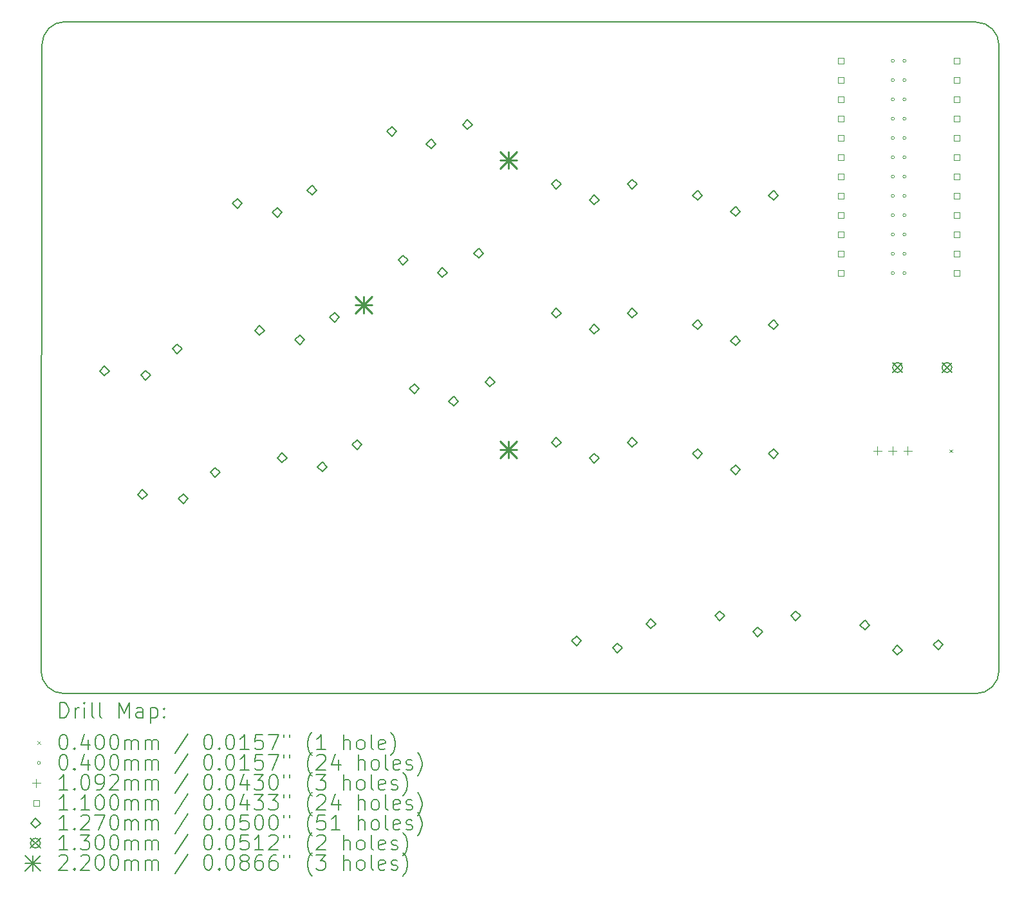
<source format=gbr>
%FSLAX45Y45*%
G04 Gerber Fmt 4.5, Leading zero omitted, Abs format (unit mm)*
G04 Created by KiCad (PCBNEW (6.0.4)) date 2022-05-26 21:53:49*
%MOMM*%
%LPD*%
G01*
G04 APERTURE LIST*
%TA.AperFunction,Profile*%
%ADD10C,0.150000*%
%TD*%
%ADD11C,0.200000*%
%ADD12C,0.040000*%
%ADD13C,0.109220*%
%ADD14C,0.110000*%
%ADD15C,0.127000*%
%ADD16C,0.130000*%
%ADD17C,0.220000*%
G04 APERTURE END LIST*
D10*
X16865768Y12115786D02*
G75*
G03*
X16560968Y12420586I-304800J0D01*
G01*
X4579491Y12425784D02*
G75*
G03*
X4274691Y12120984I0J-304800D01*
G01*
X4261741Y3886032D02*
G75*
G03*
X4566541Y3581232I304800J0D01*
G01*
X16560800Y3581400D02*
G75*
G03*
X16865600Y3886200I0J304800D01*
G01*
X16560968Y12420586D02*
X4579491Y12425784D01*
X4261741Y3886032D02*
X4274691Y12120984D01*
X16865600Y3886200D02*
X16865768Y12115786D01*
X16560800Y3581400D02*
X4566541Y3581232D01*
D11*
D12*
X16210600Y6796992D02*
X16250600Y6756992D01*
X16250600Y6796992D02*
X16210600Y6756992D01*
X15488600Y11912600D02*
G75*
G03*
X15488600Y11912600I-20000J0D01*
G01*
X15488600Y11658600D02*
G75*
G03*
X15488600Y11658600I-20000J0D01*
G01*
X15488600Y11404600D02*
G75*
G03*
X15488600Y11404600I-20000J0D01*
G01*
X15488600Y11150600D02*
G75*
G03*
X15488600Y11150600I-20000J0D01*
G01*
X15488600Y10896600D02*
G75*
G03*
X15488600Y10896600I-20000J0D01*
G01*
X15488600Y10642600D02*
G75*
G03*
X15488600Y10642600I-20000J0D01*
G01*
X15488600Y10388600D02*
G75*
G03*
X15488600Y10388600I-20000J0D01*
G01*
X15488600Y10134600D02*
G75*
G03*
X15488600Y10134600I-20000J0D01*
G01*
X15488600Y9880600D02*
G75*
G03*
X15488600Y9880600I-20000J0D01*
G01*
X15488600Y9626600D02*
G75*
G03*
X15488600Y9626600I-20000J0D01*
G01*
X15488600Y9372600D02*
G75*
G03*
X15488600Y9372600I-20000J0D01*
G01*
X15488600Y9118600D02*
G75*
G03*
X15488600Y9118600I-20000J0D01*
G01*
X15641000Y11912600D02*
G75*
G03*
X15641000Y11912600I-20000J0D01*
G01*
X15641000Y11658600D02*
G75*
G03*
X15641000Y11658600I-20000J0D01*
G01*
X15641000Y11404600D02*
G75*
G03*
X15641000Y11404600I-20000J0D01*
G01*
X15641000Y11150600D02*
G75*
G03*
X15641000Y11150600I-20000J0D01*
G01*
X15641000Y10896600D02*
G75*
G03*
X15641000Y10896600I-20000J0D01*
G01*
X15641000Y10642600D02*
G75*
G03*
X15641000Y10642600I-20000J0D01*
G01*
X15641000Y10388600D02*
G75*
G03*
X15641000Y10388600I-20000J0D01*
G01*
X15641000Y10134600D02*
G75*
G03*
X15641000Y10134600I-20000J0D01*
G01*
X15641000Y9880600D02*
G75*
G03*
X15641000Y9880600I-20000J0D01*
G01*
X15641000Y9626600D02*
G75*
G03*
X15641000Y9626600I-20000J0D01*
G01*
X15641000Y9372600D02*
G75*
G03*
X15641000Y9372600I-20000J0D01*
G01*
X15641000Y9118600D02*
G75*
G03*
X15641000Y9118600I-20000J0D01*
G01*
D13*
X15265400Y6834010D02*
X15265400Y6724790D01*
X15210790Y6779400D02*
X15320010Y6779400D01*
X15465400Y6834010D02*
X15465400Y6724790D01*
X15410790Y6779400D02*
X15520010Y6779400D01*
X15665400Y6834010D02*
X15665400Y6724790D01*
X15610790Y6779400D02*
X15720010Y6779400D01*
D14*
X14821691Y11873709D02*
X14821691Y11951491D01*
X14743909Y11951491D01*
X14743909Y11873709D01*
X14821691Y11873709D01*
X14821691Y11619709D02*
X14821691Y11697491D01*
X14743909Y11697491D01*
X14743909Y11619709D01*
X14821691Y11619709D01*
X14821691Y11365709D02*
X14821691Y11443491D01*
X14743909Y11443491D01*
X14743909Y11365709D01*
X14821691Y11365709D01*
X14821691Y11111709D02*
X14821691Y11189491D01*
X14743909Y11189491D01*
X14743909Y11111709D01*
X14821691Y11111709D01*
X14821691Y10857709D02*
X14821691Y10935491D01*
X14743909Y10935491D01*
X14743909Y10857709D01*
X14821691Y10857709D01*
X14821691Y10603709D02*
X14821691Y10681491D01*
X14743909Y10681491D01*
X14743909Y10603709D01*
X14821691Y10603709D01*
X14821691Y10349709D02*
X14821691Y10427491D01*
X14743909Y10427491D01*
X14743909Y10349709D01*
X14821691Y10349709D01*
X14821691Y10095709D02*
X14821691Y10173491D01*
X14743909Y10173491D01*
X14743909Y10095709D01*
X14821691Y10095709D01*
X14821691Y9841709D02*
X14821691Y9919491D01*
X14743909Y9919491D01*
X14743909Y9841709D01*
X14821691Y9841709D01*
X14821691Y9587709D02*
X14821691Y9665491D01*
X14743909Y9665491D01*
X14743909Y9587709D01*
X14821691Y9587709D01*
X14821691Y9333709D02*
X14821691Y9411491D01*
X14743909Y9411491D01*
X14743909Y9333709D01*
X14821691Y9333709D01*
X14821691Y9079709D02*
X14821691Y9157491D01*
X14743909Y9157491D01*
X14743909Y9079709D01*
X14821691Y9079709D01*
X16345691Y11873709D02*
X16345691Y11951491D01*
X16267909Y11951491D01*
X16267909Y11873709D01*
X16345691Y11873709D01*
X16345691Y11619709D02*
X16345691Y11697491D01*
X16267909Y11697491D01*
X16267909Y11619709D01*
X16345691Y11619709D01*
X16345691Y11365709D02*
X16345691Y11443491D01*
X16267909Y11443491D01*
X16267909Y11365709D01*
X16345691Y11365709D01*
X16345691Y11111709D02*
X16345691Y11189491D01*
X16267909Y11189491D01*
X16267909Y11111709D01*
X16345691Y11111709D01*
X16345691Y10857709D02*
X16345691Y10935491D01*
X16267909Y10935491D01*
X16267909Y10857709D01*
X16345691Y10857709D01*
X16345691Y10603709D02*
X16345691Y10681491D01*
X16267909Y10681491D01*
X16267909Y10603709D01*
X16345691Y10603709D01*
X16345691Y10349709D02*
X16345691Y10427491D01*
X16267909Y10427491D01*
X16267909Y10349709D01*
X16345691Y10349709D01*
X16345691Y10095709D02*
X16345691Y10173491D01*
X16267909Y10173491D01*
X16267909Y10095709D01*
X16345691Y10095709D01*
X16345691Y9841709D02*
X16345691Y9919491D01*
X16267909Y9919491D01*
X16267909Y9841709D01*
X16345691Y9841709D01*
X16345691Y9587709D02*
X16345691Y9665491D01*
X16267909Y9665491D01*
X16267909Y9587709D01*
X16345691Y9587709D01*
X16345691Y9333709D02*
X16345691Y9411491D01*
X16267909Y9411491D01*
X16267909Y9333709D01*
X16345691Y9333709D01*
X16345691Y9079709D02*
X16345691Y9157491D01*
X16267909Y9157491D01*
X16267909Y9079709D01*
X16345691Y9079709D01*
D15*
X5099250Y7763538D02*
X5162750Y7827038D01*
X5099250Y7890538D01*
X5035750Y7827038D01*
X5099250Y7763538D01*
X5596281Y6137820D02*
X5659781Y6201320D01*
X5596281Y6264820D01*
X5532781Y6201320D01*
X5596281Y6137820D01*
X5638800Y7708900D02*
X5702300Y7772400D01*
X5638800Y7835900D01*
X5575300Y7772400D01*
X5638800Y7708900D01*
X6055554Y8055910D02*
X6119054Y8119410D01*
X6055554Y8182910D01*
X5992054Y8119410D01*
X6055554Y8055910D01*
X6135832Y6083182D02*
X6199332Y6146682D01*
X6135832Y6210182D01*
X6072332Y6146682D01*
X6135832Y6083182D01*
X6552586Y6430192D02*
X6616086Y6493692D01*
X6552586Y6557192D01*
X6489086Y6493692D01*
X6552586Y6430192D01*
X6843626Y9970732D02*
X6907126Y10034232D01*
X6843626Y10097732D01*
X6780126Y10034232D01*
X6843626Y9970732D01*
X7138828Y8296559D02*
X7202328Y8360059D01*
X7138828Y8423559D01*
X7075328Y8360059D01*
X7138828Y8296559D01*
X7372496Y9850746D02*
X7435996Y9914246D01*
X7372496Y9977746D01*
X7308996Y9914246D01*
X7372496Y9850746D01*
X7434030Y6622386D02*
X7497530Y6685886D01*
X7434030Y6749386D01*
X7370530Y6685886D01*
X7434030Y6622386D01*
X7667698Y8176573D02*
X7731198Y8240073D01*
X7667698Y8303573D01*
X7604198Y8240073D01*
X7667698Y8176573D01*
X7828434Y10144380D02*
X7891934Y10207880D01*
X7828434Y10271380D01*
X7764934Y10207880D01*
X7828434Y10144380D01*
X7962900Y6502400D02*
X8026400Y6565900D01*
X7962900Y6629400D01*
X7899400Y6565900D01*
X7962900Y6502400D01*
X8123636Y8470207D02*
X8187136Y8533707D01*
X8123636Y8597207D01*
X8060136Y8533707D01*
X8123636Y8470207D01*
X8418838Y6796034D02*
X8482338Y6859534D01*
X8418838Y6923034D01*
X8355338Y6859534D01*
X8418838Y6796034D01*
X8877370Y10919316D02*
X8940870Y10982816D01*
X8877370Y11046316D01*
X8813870Y10982816D01*
X8877370Y10919316D01*
X9025535Y9225785D02*
X9089035Y9289285D01*
X9025535Y9352785D01*
X8962035Y9289285D01*
X9025535Y9225785D01*
X9173700Y7532254D02*
X9237200Y7595754D01*
X9173700Y7659254D01*
X9110200Y7595754D01*
X9173700Y7532254D01*
X9393771Y10753693D02*
X9457271Y10817193D01*
X9393771Y10880693D01*
X9330271Y10817193D01*
X9393771Y10753693D01*
X9541935Y9060162D02*
X9605435Y9123662D01*
X9541935Y9187162D01*
X9478435Y9123662D01*
X9541935Y9060162D01*
X9690100Y7366631D02*
X9753600Y7430131D01*
X9690100Y7493631D01*
X9626600Y7430131D01*
X9690100Y7366631D01*
X9873565Y11006472D02*
X9937065Y11069972D01*
X9873565Y11133472D01*
X9810065Y11069972D01*
X9873565Y11006472D01*
X10021730Y9312941D02*
X10085230Y9376441D01*
X10021730Y9439941D01*
X9958230Y9376441D01*
X10021730Y9312941D01*
X10169895Y7619410D02*
X10233395Y7682910D01*
X10169895Y7746410D01*
X10106395Y7682910D01*
X10169895Y7619410D01*
X11041109Y10225102D02*
X11104609Y10288602D01*
X11041109Y10352102D01*
X10977609Y10288602D01*
X11041109Y10225102D01*
X11041109Y8525102D02*
X11104609Y8588602D01*
X11041109Y8652102D01*
X10977609Y8588602D01*
X11041109Y8525102D01*
X11041109Y6825102D02*
X11104609Y6888602D01*
X11041109Y6952102D01*
X10977609Y6888602D01*
X11041109Y6825102D01*
X11308906Y4213486D02*
X11372406Y4276986D01*
X11308906Y4340486D01*
X11245406Y4276986D01*
X11308906Y4213486D01*
X11541109Y10015102D02*
X11604609Y10078602D01*
X11541109Y10142102D01*
X11477609Y10078602D01*
X11541109Y10015102D01*
X11541109Y8315102D02*
X11604609Y8378602D01*
X11541109Y8442102D01*
X11477609Y8378602D01*
X11541109Y8315102D01*
X11541109Y6615102D02*
X11604609Y6678602D01*
X11541109Y6742102D01*
X11477609Y6678602D01*
X11541109Y6615102D01*
X11843331Y4121344D02*
X11906831Y4184844D01*
X11843331Y4248344D01*
X11779831Y4184844D01*
X11843331Y4121344D01*
X12041109Y10225102D02*
X12104609Y10288602D01*
X12041109Y10352102D01*
X11977609Y10288602D01*
X12041109Y10225102D01*
X12041109Y8525102D02*
X12104609Y8588602D01*
X12041109Y8652102D01*
X11977609Y8588602D01*
X12041109Y8525102D01*
X12041109Y6825102D02*
X12104609Y6888602D01*
X12041109Y6952102D01*
X11977609Y6888602D01*
X12041109Y6825102D01*
X12283276Y4438437D02*
X12346776Y4501937D01*
X12283276Y4565437D01*
X12219776Y4501937D01*
X12283276Y4438437D01*
X12898500Y10074300D02*
X12962000Y10137800D01*
X12898500Y10201300D01*
X12835000Y10137800D01*
X12898500Y10074300D01*
X12898500Y8374300D02*
X12962000Y8437800D01*
X12898500Y8501300D01*
X12835000Y8437800D01*
X12898500Y8374300D01*
X12898500Y6674300D02*
X12962000Y6737800D01*
X12898500Y6801300D01*
X12835000Y6737800D01*
X12898500Y6674300D01*
X13190600Y4540700D02*
X13254100Y4604200D01*
X13190600Y4667700D01*
X13127100Y4604200D01*
X13190600Y4540700D01*
X13398500Y9864300D02*
X13462000Y9927800D01*
X13398500Y9991300D01*
X13335000Y9927800D01*
X13398500Y9864300D01*
X13398500Y8164300D02*
X13462000Y8227800D01*
X13398500Y8291300D01*
X13335000Y8227800D01*
X13398500Y8164300D01*
X13398500Y6464300D02*
X13462000Y6527800D01*
X13398500Y6591300D01*
X13335000Y6527800D01*
X13398500Y6464300D01*
X13690600Y4330700D02*
X13754100Y4394200D01*
X13690600Y4457700D01*
X13627100Y4394200D01*
X13690600Y4330700D01*
X13898500Y10074300D02*
X13962000Y10137800D01*
X13898500Y10201300D01*
X13835000Y10137800D01*
X13898500Y10074300D01*
X13898500Y8374300D02*
X13962000Y8437800D01*
X13898500Y8501300D01*
X13835000Y8437800D01*
X13898500Y8374300D01*
X13898500Y6674300D02*
X13962000Y6737800D01*
X13898500Y6801300D01*
X13835000Y6737800D01*
X13898500Y6674300D01*
X14190600Y4540700D02*
X14254100Y4604200D01*
X14190600Y4667700D01*
X14127100Y4604200D01*
X14190600Y4540700D01*
X15098615Y4421158D02*
X15162115Y4484658D01*
X15098615Y4548158D01*
X15035115Y4484658D01*
X15098615Y4421158D01*
X15527226Y4088904D02*
X15590726Y4152404D01*
X15527226Y4215904D01*
X15463726Y4152404D01*
X15527226Y4088904D01*
X16064541Y4162338D02*
X16128041Y4225839D01*
X16064541Y4289339D01*
X16001041Y4225839D01*
X16064541Y4162338D01*
D16*
X15464800Y7939000D02*
X15594800Y7809000D01*
X15594800Y7939000D02*
X15464800Y7809000D01*
X15594800Y7874000D02*
G75*
G03*
X15594800Y7874000I-65000J0D01*
G01*
X16114800Y7939000D02*
X16244800Y7809000D01*
X16244800Y7939000D02*
X16114800Y7809000D01*
X16244800Y7874000D02*
G75*
G03*
X16244800Y7874000I-65000J0D01*
G01*
D17*
X8399000Y8809500D02*
X8619000Y8589500D01*
X8619000Y8809500D02*
X8399000Y8589500D01*
X8509000Y8809500D02*
X8509000Y8589500D01*
X8399000Y8699500D02*
X8619000Y8699500D01*
X10304000Y10714500D02*
X10524000Y10494500D01*
X10524000Y10714500D02*
X10304000Y10494500D01*
X10414000Y10714500D02*
X10414000Y10494500D01*
X10304000Y10604500D02*
X10524000Y10604500D01*
X10304000Y6904500D02*
X10524000Y6684500D01*
X10524000Y6904500D02*
X10304000Y6684500D01*
X10414000Y6904500D02*
X10414000Y6684500D01*
X10304000Y6794500D02*
X10524000Y6794500D01*
D11*
X4511860Y3263256D02*
X4511860Y3463256D01*
X4559479Y3463256D01*
X4588051Y3453732D01*
X4607098Y3434684D01*
X4616622Y3415637D01*
X4626146Y3377542D01*
X4626146Y3348970D01*
X4616622Y3310875D01*
X4607098Y3291827D01*
X4588051Y3272780D01*
X4559479Y3263256D01*
X4511860Y3263256D01*
X4711860Y3263256D02*
X4711860Y3396589D01*
X4711860Y3358494D02*
X4721384Y3377542D01*
X4730908Y3387065D01*
X4749955Y3396589D01*
X4769003Y3396589D01*
X4835670Y3263256D02*
X4835670Y3396589D01*
X4835670Y3463256D02*
X4826146Y3453732D01*
X4835670Y3444208D01*
X4845193Y3453732D01*
X4835670Y3463256D01*
X4835670Y3444208D01*
X4959479Y3263256D02*
X4940431Y3272780D01*
X4930908Y3291827D01*
X4930908Y3463256D01*
X5064241Y3263256D02*
X5045193Y3272780D01*
X5035670Y3291827D01*
X5035670Y3463256D01*
X5292812Y3263256D02*
X5292812Y3463256D01*
X5359479Y3320399D01*
X5426146Y3463256D01*
X5426146Y3263256D01*
X5607098Y3263256D02*
X5607098Y3368018D01*
X5597574Y3387065D01*
X5578527Y3396589D01*
X5540431Y3396589D01*
X5521384Y3387065D01*
X5607098Y3272780D02*
X5588051Y3263256D01*
X5540431Y3263256D01*
X5521384Y3272780D01*
X5511860Y3291827D01*
X5511860Y3310875D01*
X5521384Y3329923D01*
X5540431Y3339446D01*
X5588051Y3339446D01*
X5607098Y3348970D01*
X5702336Y3396589D02*
X5702336Y3196589D01*
X5702336Y3387065D02*
X5721384Y3396589D01*
X5759479Y3396589D01*
X5778527Y3387065D01*
X5788050Y3377542D01*
X5797574Y3358494D01*
X5797574Y3301351D01*
X5788050Y3282304D01*
X5778527Y3272780D01*
X5759479Y3263256D01*
X5721384Y3263256D01*
X5702336Y3272780D01*
X5883289Y3282304D02*
X5892812Y3272780D01*
X5883289Y3263256D01*
X5873765Y3272780D01*
X5883289Y3282304D01*
X5883289Y3263256D01*
X5883289Y3387065D02*
X5892812Y3377542D01*
X5883289Y3368018D01*
X5873765Y3377542D01*
X5883289Y3387065D01*
X5883289Y3368018D01*
D12*
X4214241Y2953732D02*
X4254241Y2913732D01*
X4254241Y2953732D02*
X4214241Y2913732D01*
D11*
X4549955Y3043256D02*
X4569003Y3043256D01*
X4588051Y3033732D01*
X4597574Y3024208D01*
X4607098Y3005161D01*
X4616622Y2967065D01*
X4616622Y2919446D01*
X4607098Y2881351D01*
X4597574Y2862304D01*
X4588051Y2852780D01*
X4569003Y2843256D01*
X4549955Y2843256D01*
X4530908Y2852780D01*
X4521384Y2862304D01*
X4511860Y2881351D01*
X4502336Y2919446D01*
X4502336Y2967065D01*
X4511860Y3005161D01*
X4521384Y3024208D01*
X4530908Y3033732D01*
X4549955Y3043256D01*
X4702336Y2862304D02*
X4711860Y2852780D01*
X4702336Y2843256D01*
X4692812Y2852780D01*
X4702336Y2862304D01*
X4702336Y2843256D01*
X4883289Y2976589D02*
X4883289Y2843256D01*
X4835670Y3052780D02*
X4788051Y2909923D01*
X4911860Y2909923D01*
X5026146Y3043256D02*
X5045193Y3043256D01*
X5064241Y3033732D01*
X5073765Y3024208D01*
X5083289Y3005161D01*
X5092812Y2967065D01*
X5092812Y2919446D01*
X5083289Y2881351D01*
X5073765Y2862304D01*
X5064241Y2852780D01*
X5045193Y2843256D01*
X5026146Y2843256D01*
X5007098Y2852780D01*
X4997574Y2862304D01*
X4988051Y2881351D01*
X4978527Y2919446D01*
X4978527Y2967065D01*
X4988051Y3005161D01*
X4997574Y3024208D01*
X5007098Y3033732D01*
X5026146Y3043256D01*
X5216622Y3043256D02*
X5235670Y3043256D01*
X5254717Y3033732D01*
X5264241Y3024208D01*
X5273765Y3005161D01*
X5283289Y2967065D01*
X5283289Y2919446D01*
X5273765Y2881351D01*
X5264241Y2862304D01*
X5254717Y2852780D01*
X5235670Y2843256D01*
X5216622Y2843256D01*
X5197574Y2852780D01*
X5188051Y2862304D01*
X5178527Y2881351D01*
X5169003Y2919446D01*
X5169003Y2967065D01*
X5178527Y3005161D01*
X5188051Y3024208D01*
X5197574Y3033732D01*
X5216622Y3043256D01*
X5369003Y2843256D02*
X5369003Y2976589D01*
X5369003Y2957542D02*
X5378527Y2967065D01*
X5397574Y2976589D01*
X5426146Y2976589D01*
X5445193Y2967065D01*
X5454717Y2948018D01*
X5454717Y2843256D01*
X5454717Y2948018D02*
X5464241Y2967065D01*
X5483289Y2976589D01*
X5511860Y2976589D01*
X5530908Y2967065D01*
X5540431Y2948018D01*
X5540431Y2843256D01*
X5635669Y2843256D02*
X5635669Y2976589D01*
X5635669Y2957542D02*
X5645193Y2967065D01*
X5664241Y2976589D01*
X5692812Y2976589D01*
X5711860Y2967065D01*
X5721384Y2948018D01*
X5721384Y2843256D01*
X5721384Y2948018D02*
X5730908Y2967065D01*
X5749955Y2976589D01*
X5778527Y2976589D01*
X5797574Y2967065D01*
X5807098Y2948018D01*
X5807098Y2843256D01*
X6197574Y3052780D02*
X6026146Y2795637D01*
X6454717Y3043256D02*
X6473765Y3043256D01*
X6492812Y3033732D01*
X6502336Y3024208D01*
X6511860Y3005161D01*
X6521384Y2967065D01*
X6521384Y2919446D01*
X6511860Y2881351D01*
X6502336Y2862304D01*
X6492812Y2852780D01*
X6473765Y2843256D01*
X6454717Y2843256D01*
X6435669Y2852780D01*
X6426146Y2862304D01*
X6416622Y2881351D01*
X6407098Y2919446D01*
X6407098Y2967065D01*
X6416622Y3005161D01*
X6426146Y3024208D01*
X6435669Y3033732D01*
X6454717Y3043256D01*
X6607098Y2862304D02*
X6616622Y2852780D01*
X6607098Y2843256D01*
X6597574Y2852780D01*
X6607098Y2862304D01*
X6607098Y2843256D01*
X6740431Y3043256D02*
X6759479Y3043256D01*
X6778527Y3033732D01*
X6788050Y3024208D01*
X6797574Y3005161D01*
X6807098Y2967065D01*
X6807098Y2919446D01*
X6797574Y2881351D01*
X6788050Y2862304D01*
X6778527Y2852780D01*
X6759479Y2843256D01*
X6740431Y2843256D01*
X6721384Y2852780D01*
X6711860Y2862304D01*
X6702336Y2881351D01*
X6692812Y2919446D01*
X6692812Y2967065D01*
X6702336Y3005161D01*
X6711860Y3024208D01*
X6721384Y3033732D01*
X6740431Y3043256D01*
X6997574Y2843256D02*
X6883289Y2843256D01*
X6940431Y2843256D02*
X6940431Y3043256D01*
X6921384Y3014684D01*
X6902336Y2995637D01*
X6883289Y2986113D01*
X7178527Y3043256D02*
X7083289Y3043256D01*
X7073765Y2948018D01*
X7083289Y2957542D01*
X7102336Y2967065D01*
X7149955Y2967065D01*
X7169003Y2957542D01*
X7178527Y2948018D01*
X7188050Y2928970D01*
X7188050Y2881351D01*
X7178527Y2862304D01*
X7169003Y2852780D01*
X7149955Y2843256D01*
X7102336Y2843256D01*
X7083289Y2852780D01*
X7073765Y2862304D01*
X7254717Y3043256D02*
X7388050Y3043256D01*
X7302336Y2843256D01*
X7454717Y3043256D02*
X7454717Y3005161D01*
X7530908Y3043256D02*
X7530908Y3005161D01*
X7826146Y2767066D02*
X7816622Y2776589D01*
X7797574Y2805161D01*
X7788050Y2824208D01*
X7778527Y2852780D01*
X7769003Y2900399D01*
X7769003Y2938494D01*
X7778527Y2986113D01*
X7788050Y3014684D01*
X7797574Y3033732D01*
X7816622Y3062304D01*
X7826146Y3071827D01*
X8007098Y2843256D02*
X7892812Y2843256D01*
X7949955Y2843256D02*
X7949955Y3043256D01*
X7930908Y3014684D01*
X7911860Y2995637D01*
X7892812Y2986113D01*
X8245193Y2843256D02*
X8245193Y3043256D01*
X8330908Y2843256D02*
X8330908Y2948018D01*
X8321384Y2967065D01*
X8302336Y2976589D01*
X8273765Y2976589D01*
X8254717Y2967065D01*
X8245193Y2957542D01*
X8454717Y2843256D02*
X8435670Y2852780D01*
X8426146Y2862304D01*
X8416622Y2881351D01*
X8416622Y2938494D01*
X8426146Y2957542D01*
X8435670Y2967065D01*
X8454717Y2976589D01*
X8483289Y2976589D01*
X8502336Y2967065D01*
X8511860Y2957542D01*
X8521384Y2938494D01*
X8521384Y2881351D01*
X8511860Y2862304D01*
X8502336Y2852780D01*
X8483289Y2843256D01*
X8454717Y2843256D01*
X8635670Y2843256D02*
X8616622Y2852780D01*
X8607098Y2871827D01*
X8607098Y3043256D01*
X8788051Y2852780D02*
X8769003Y2843256D01*
X8730908Y2843256D01*
X8711860Y2852780D01*
X8702336Y2871827D01*
X8702336Y2948018D01*
X8711860Y2967065D01*
X8730908Y2976589D01*
X8769003Y2976589D01*
X8788051Y2967065D01*
X8797574Y2948018D01*
X8797574Y2928970D01*
X8702336Y2909923D01*
X8864241Y2767066D02*
X8873765Y2776589D01*
X8892812Y2805161D01*
X8902336Y2824208D01*
X8911860Y2852780D01*
X8921384Y2900399D01*
X8921384Y2938494D01*
X8911860Y2986113D01*
X8902336Y3014684D01*
X8892812Y3033732D01*
X8873765Y3062304D01*
X8864241Y3071827D01*
D12*
X4254241Y2669732D02*
G75*
G03*
X4254241Y2669732I-20000J0D01*
G01*
D11*
X4549955Y2779256D02*
X4569003Y2779256D01*
X4588051Y2769732D01*
X4597574Y2760208D01*
X4607098Y2741161D01*
X4616622Y2703066D01*
X4616622Y2655446D01*
X4607098Y2617351D01*
X4597574Y2598304D01*
X4588051Y2588780D01*
X4569003Y2579256D01*
X4549955Y2579256D01*
X4530908Y2588780D01*
X4521384Y2598304D01*
X4511860Y2617351D01*
X4502336Y2655446D01*
X4502336Y2703066D01*
X4511860Y2741161D01*
X4521384Y2760208D01*
X4530908Y2769732D01*
X4549955Y2779256D01*
X4702336Y2598304D02*
X4711860Y2588780D01*
X4702336Y2579256D01*
X4692812Y2588780D01*
X4702336Y2598304D01*
X4702336Y2579256D01*
X4883289Y2712589D02*
X4883289Y2579256D01*
X4835670Y2788780D02*
X4788051Y2645923D01*
X4911860Y2645923D01*
X5026146Y2779256D02*
X5045193Y2779256D01*
X5064241Y2769732D01*
X5073765Y2760208D01*
X5083289Y2741161D01*
X5092812Y2703066D01*
X5092812Y2655446D01*
X5083289Y2617351D01*
X5073765Y2598304D01*
X5064241Y2588780D01*
X5045193Y2579256D01*
X5026146Y2579256D01*
X5007098Y2588780D01*
X4997574Y2598304D01*
X4988051Y2617351D01*
X4978527Y2655446D01*
X4978527Y2703066D01*
X4988051Y2741161D01*
X4997574Y2760208D01*
X5007098Y2769732D01*
X5026146Y2779256D01*
X5216622Y2779256D02*
X5235670Y2779256D01*
X5254717Y2769732D01*
X5264241Y2760208D01*
X5273765Y2741161D01*
X5283289Y2703066D01*
X5283289Y2655446D01*
X5273765Y2617351D01*
X5264241Y2598304D01*
X5254717Y2588780D01*
X5235670Y2579256D01*
X5216622Y2579256D01*
X5197574Y2588780D01*
X5188051Y2598304D01*
X5178527Y2617351D01*
X5169003Y2655446D01*
X5169003Y2703066D01*
X5178527Y2741161D01*
X5188051Y2760208D01*
X5197574Y2769732D01*
X5216622Y2779256D01*
X5369003Y2579256D02*
X5369003Y2712589D01*
X5369003Y2693542D02*
X5378527Y2703066D01*
X5397574Y2712589D01*
X5426146Y2712589D01*
X5445193Y2703066D01*
X5454717Y2684018D01*
X5454717Y2579256D01*
X5454717Y2684018D02*
X5464241Y2703066D01*
X5483289Y2712589D01*
X5511860Y2712589D01*
X5530908Y2703066D01*
X5540431Y2684018D01*
X5540431Y2579256D01*
X5635669Y2579256D02*
X5635669Y2712589D01*
X5635669Y2693542D02*
X5645193Y2703066D01*
X5664241Y2712589D01*
X5692812Y2712589D01*
X5711860Y2703066D01*
X5721384Y2684018D01*
X5721384Y2579256D01*
X5721384Y2684018D02*
X5730908Y2703066D01*
X5749955Y2712589D01*
X5778527Y2712589D01*
X5797574Y2703066D01*
X5807098Y2684018D01*
X5807098Y2579256D01*
X6197574Y2788780D02*
X6026146Y2531637D01*
X6454717Y2779256D02*
X6473765Y2779256D01*
X6492812Y2769732D01*
X6502336Y2760208D01*
X6511860Y2741161D01*
X6521384Y2703066D01*
X6521384Y2655446D01*
X6511860Y2617351D01*
X6502336Y2598304D01*
X6492812Y2588780D01*
X6473765Y2579256D01*
X6454717Y2579256D01*
X6435669Y2588780D01*
X6426146Y2598304D01*
X6416622Y2617351D01*
X6407098Y2655446D01*
X6407098Y2703066D01*
X6416622Y2741161D01*
X6426146Y2760208D01*
X6435669Y2769732D01*
X6454717Y2779256D01*
X6607098Y2598304D02*
X6616622Y2588780D01*
X6607098Y2579256D01*
X6597574Y2588780D01*
X6607098Y2598304D01*
X6607098Y2579256D01*
X6740431Y2779256D02*
X6759479Y2779256D01*
X6778527Y2769732D01*
X6788050Y2760208D01*
X6797574Y2741161D01*
X6807098Y2703066D01*
X6807098Y2655446D01*
X6797574Y2617351D01*
X6788050Y2598304D01*
X6778527Y2588780D01*
X6759479Y2579256D01*
X6740431Y2579256D01*
X6721384Y2588780D01*
X6711860Y2598304D01*
X6702336Y2617351D01*
X6692812Y2655446D01*
X6692812Y2703066D01*
X6702336Y2741161D01*
X6711860Y2760208D01*
X6721384Y2769732D01*
X6740431Y2779256D01*
X6997574Y2579256D02*
X6883289Y2579256D01*
X6940431Y2579256D02*
X6940431Y2779256D01*
X6921384Y2750685D01*
X6902336Y2731637D01*
X6883289Y2722113D01*
X7178527Y2779256D02*
X7083289Y2779256D01*
X7073765Y2684018D01*
X7083289Y2693542D01*
X7102336Y2703066D01*
X7149955Y2703066D01*
X7169003Y2693542D01*
X7178527Y2684018D01*
X7188050Y2664970D01*
X7188050Y2617351D01*
X7178527Y2598304D01*
X7169003Y2588780D01*
X7149955Y2579256D01*
X7102336Y2579256D01*
X7083289Y2588780D01*
X7073765Y2598304D01*
X7254717Y2779256D02*
X7388050Y2779256D01*
X7302336Y2579256D01*
X7454717Y2779256D02*
X7454717Y2741161D01*
X7530908Y2779256D02*
X7530908Y2741161D01*
X7826146Y2503066D02*
X7816622Y2512589D01*
X7797574Y2541161D01*
X7788050Y2560208D01*
X7778527Y2588780D01*
X7769003Y2636399D01*
X7769003Y2674494D01*
X7778527Y2722113D01*
X7788050Y2750685D01*
X7797574Y2769732D01*
X7816622Y2798304D01*
X7826146Y2807827D01*
X7892812Y2760208D02*
X7902336Y2769732D01*
X7921384Y2779256D01*
X7969003Y2779256D01*
X7988050Y2769732D01*
X7997574Y2760208D01*
X8007098Y2741161D01*
X8007098Y2722113D01*
X7997574Y2693542D01*
X7883289Y2579256D01*
X8007098Y2579256D01*
X8178527Y2712589D02*
X8178527Y2579256D01*
X8130908Y2788780D02*
X8083289Y2645923D01*
X8207098Y2645923D01*
X8435670Y2579256D02*
X8435670Y2779256D01*
X8521384Y2579256D02*
X8521384Y2684018D01*
X8511860Y2703066D01*
X8492812Y2712589D01*
X8464241Y2712589D01*
X8445193Y2703066D01*
X8435670Y2693542D01*
X8645193Y2579256D02*
X8626146Y2588780D01*
X8616622Y2598304D01*
X8607098Y2617351D01*
X8607098Y2674494D01*
X8616622Y2693542D01*
X8626146Y2703066D01*
X8645193Y2712589D01*
X8673765Y2712589D01*
X8692812Y2703066D01*
X8702336Y2693542D01*
X8711860Y2674494D01*
X8711860Y2617351D01*
X8702336Y2598304D01*
X8692812Y2588780D01*
X8673765Y2579256D01*
X8645193Y2579256D01*
X8826146Y2579256D02*
X8807098Y2588780D01*
X8797574Y2607827D01*
X8797574Y2779256D01*
X8978527Y2588780D02*
X8959479Y2579256D01*
X8921384Y2579256D01*
X8902336Y2588780D01*
X8892812Y2607827D01*
X8892812Y2684018D01*
X8902336Y2703066D01*
X8921384Y2712589D01*
X8959479Y2712589D01*
X8978527Y2703066D01*
X8988051Y2684018D01*
X8988051Y2664970D01*
X8892812Y2645923D01*
X9064241Y2588780D02*
X9083289Y2579256D01*
X9121384Y2579256D01*
X9140431Y2588780D01*
X9149955Y2607827D01*
X9149955Y2617351D01*
X9140431Y2636399D01*
X9121384Y2645923D01*
X9092812Y2645923D01*
X9073765Y2655446D01*
X9064241Y2674494D01*
X9064241Y2684018D01*
X9073765Y2703066D01*
X9092812Y2712589D01*
X9121384Y2712589D01*
X9140431Y2703066D01*
X9216622Y2503066D02*
X9226146Y2512589D01*
X9245193Y2541161D01*
X9254717Y2560208D01*
X9264241Y2588780D01*
X9273765Y2636399D01*
X9273765Y2674494D01*
X9264241Y2722113D01*
X9254717Y2750685D01*
X9245193Y2769732D01*
X9226146Y2798304D01*
X9216622Y2807827D01*
D13*
X4199631Y2460342D02*
X4199631Y2351122D01*
X4145021Y2405732D02*
X4254241Y2405732D01*
D11*
X4616622Y2315256D02*
X4502336Y2315256D01*
X4559479Y2315256D02*
X4559479Y2515256D01*
X4540431Y2486685D01*
X4521384Y2467637D01*
X4502336Y2458113D01*
X4702336Y2334304D02*
X4711860Y2324780D01*
X4702336Y2315256D01*
X4692812Y2324780D01*
X4702336Y2334304D01*
X4702336Y2315256D01*
X4835670Y2515256D02*
X4854717Y2515256D01*
X4873765Y2505732D01*
X4883289Y2496208D01*
X4892812Y2477161D01*
X4902336Y2439066D01*
X4902336Y2391446D01*
X4892812Y2353351D01*
X4883289Y2334304D01*
X4873765Y2324780D01*
X4854717Y2315256D01*
X4835670Y2315256D01*
X4816622Y2324780D01*
X4807098Y2334304D01*
X4797574Y2353351D01*
X4788051Y2391446D01*
X4788051Y2439066D01*
X4797574Y2477161D01*
X4807098Y2496208D01*
X4816622Y2505732D01*
X4835670Y2515256D01*
X4997574Y2315256D02*
X5035670Y2315256D01*
X5054717Y2324780D01*
X5064241Y2334304D01*
X5083289Y2362875D01*
X5092812Y2400970D01*
X5092812Y2477161D01*
X5083289Y2496208D01*
X5073765Y2505732D01*
X5054717Y2515256D01*
X5016622Y2515256D01*
X4997574Y2505732D01*
X4988051Y2496208D01*
X4978527Y2477161D01*
X4978527Y2429542D01*
X4988051Y2410494D01*
X4997574Y2400970D01*
X5016622Y2391446D01*
X5054717Y2391446D01*
X5073765Y2400970D01*
X5083289Y2410494D01*
X5092812Y2429542D01*
X5169003Y2496208D02*
X5178527Y2505732D01*
X5197574Y2515256D01*
X5245193Y2515256D01*
X5264241Y2505732D01*
X5273765Y2496208D01*
X5283289Y2477161D01*
X5283289Y2458113D01*
X5273765Y2429542D01*
X5159479Y2315256D01*
X5283289Y2315256D01*
X5369003Y2315256D02*
X5369003Y2448589D01*
X5369003Y2429542D02*
X5378527Y2439066D01*
X5397574Y2448589D01*
X5426146Y2448589D01*
X5445193Y2439066D01*
X5454717Y2420018D01*
X5454717Y2315256D01*
X5454717Y2420018D02*
X5464241Y2439066D01*
X5483289Y2448589D01*
X5511860Y2448589D01*
X5530908Y2439066D01*
X5540431Y2420018D01*
X5540431Y2315256D01*
X5635669Y2315256D02*
X5635669Y2448589D01*
X5635669Y2429542D02*
X5645193Y2439066D01*
X5664241Y2448589D01*
X5692812Y2448589D01*
X5711860Y2439066D01*
X5721384Y2420018D01*
X5721384Y2315256D01*
X5721384Y2420018D02*
X5730908Y2439066D01*
X5749955Y2448589D01*
X5778527Y2448589D01*
X5797574Y2439066D01*
X5807098Y2420018D01*
X5807098Y2315256D01*
X6197574Y2524780D02*
X6026146Y2267637D01*
X6454717Y2515256D02*
X6473765Y2515256D01*
X6492812Y2505732D01*
X6502336Y2496208D01*
X6511860Y2477161D01*
X6521384Y2439066D01*
X6521384Y2391446D01*
X6511860Y2353351D01*
X6502336Y2334304D01*
X6492812Y2324780D01*
X6473765Y2315256D01*
X6454717Y2315256D01*
X6435669Y2324780D01*
X6426146Y2334304D01*
X6416622Y2353351D01*
X6407098Y2391446D01*
X6407098Y2439066D01*
X6416622Y2477161D01*
X6426146Y2496208D01*
X6435669Y2505732D01*
X6454717Y2515256D01*
X6607098Y2334304D02*
X6616622Y2324780D01*
X6607098Y2315256D01*
X6597574Y2324780D01*
X6607098Y2334304D01*
X6607098Y2315256D01*
X6740431Y2515256D02*
X6759479Y2515256D01*
X6778527Y2505732D01*
X6788050Y2496208D01*
X6797574Y2477161D01*
X6807098Y2439066D01*
X6807098Y2391446D01*
X6797574Y2353351D01*
X6788050Y2334304D01*
X6778527Y2324780D01*
X6759479Y2315256D01*
X6740431Y2315256D01*
X6721384Y2324780D01*
X6711860Y2334304D01*
X6702336Y2353351D01*
X6692812Y2391446D01*
X6692812Y2439066D01*
X6702336Y2477161D01*
X6711860Y2496208D01*
X6721384Y2505732D01*
X6740431Y2515256D01*
X6978527Y2448589D02*
X6978527Y2315256D01*
X6930908Y2524780D02*
X6883289Y2381923D01*
X7007098Y2381923D01*
X7064241Y2515256D02*
X7188050Y2515256D01*
X7121384Y2439066D01*
X7149955Y2439066D01*
X7169003Y2429542D01*
X7178527Y2420018D01*
X7188050Y2400970D01*
X7188050Y2353351D01*
X7178527Y2334304D01*
X7169003Y2324780D01*
X7149955Y2315256D01*
X7092812Y2315256D01*
X7073765Y2324780D01*
X7064241Y2334304D01*
X7311860Y2515256D02*
X7330908Y2515256D01*
X7349955Y2505732D01*
X7359479Y2496208D01*
X7369003Y2477161D01*
X7378527Y2439066D01*
X7378527Y2391446D01*
X7369003Y2353351D01*
X7359479Y2334304D01*
X7349955Y2324780D01*
X7330908Y2315256D01*
X7311860Y2315256D01*
X7292812Y2324780D01*
X7283289Y2334304D01*
X7273765Y2353351D01*
X7264241Y2391446D01*
X7264241Y2439066D01*
X7273765Y2477161D01*
X7283289Y2496208D01*
X7292812Y2505732D01*
X7311860Y2515256D01*
X7454717Y2515256D02*
X7454717Y2477161D01*
X7530908Y2515256D02*
X7530908Y2477161D01*
X7826146Y2239066D02*
X7816622Y2248589D01*
X7797574Y2277161D01*
X7788050Y2296208D01*
X7778527Y2324780D01*
X7769003Y2372399D01*
X7769003Y2410494D01*
X7778527Y2458113D01*
X7788050Y2486685D01*
X7797574Y2505732D01*
X7816622Y2534304D01*
X7826146Y2543827D01*
X7883289Y2515256D02*
X8007098Y2515256D01*
X7940431Y2439066D01*
X7969003Y2439066D01*
X7988050Y2429542D01*
X7997574Y2420018D01*
X8007098Y2400970D01*
X8007098Y2353351D01*
X7997574Y2334304D01*
X7988050Y2324780D01*
X7969003Y2315256D01*
X7911860Y2315256D01*
X7892812Y2324780D01*
X7883289Y2334304D01*
X8245193Y2315256D02*
X8245193Y2515256D01*
X8330908Y2315256D02*
X8330908Y2420018D01*
X8321384Y2439066D01*
X8302336Y2448589D01*
X8273765Y2448589D01*
X8254717Y2439066D01*
X8245193Y2429542D01*
X8454717Y2315256D02*
X8435670Y2324780D01*
X8426146Y2334304D01*
X8416622Y2353351D01*
X8416622Y2410494D01*
X8426146Y2429542D01*
X8435670Y2439066D01*
X8454717Y2448589D01*
X8483289Y2448589D01*
X8502336Y2439066D01*
X8511860Y2429542D01*
X8521384Y2410494D01*
X8521384Y2353351D01*
X8511860Y2334304D01*
X8502336Y2324780D01*
X8483289Y2315256D01*
X8454717Y2315256D01*
X8635670Y2315256D02*
X8616622Y2324780D01*
X8607098Y2343827D01*
X8607098Y2515256D01*
X8788051Y2324780D02*
X8769003Y2315256D01*
X8730908Y2315256D01*
X8711860Y2324780D01*
X8702336Y2343827D01*
X8702336Y2420018D01*
X8711860Y2439066D01*
X8730908Y2448589D01*
X8769003Y2448589D01*
X8788051Y2439066D01*
X8797574Y2420018D01*
X8797574Y2400970D01*
X8702336Y2381923D01*
X8873765Y2324780D02*
X8892812Y2315256D01*
X8930908Y2315256D01*
X8949955Y2324780D01*
X8959479Y2343827D01*
X8959479Y2353351D01*
X8949955Y2372399D01*
X8930908Y2381923D01*
X8902336Y2381923D01*
X8883289Y2391446D01*
X8873765Y2410494D01*
X8873765Y2420018D01*
X8883289Y2439066D01*
X8902336Y2448589D01*
X8930908Y2448589D01*
X8949955Y2439066D01*
X9026146Y2239066D02*
X9035670Y2248589D01*
X9054717Y2277161D01*
X9064241Y2296208D01*
X9073765Y2324780D01*
X9083289Y2372399D01*
X9083289Y2410494D01*
X9073765Y2458113D01*
X9064241Y2486685D01*
X9054717Y2505732D01*
X9035670Y2534304D01*
X9026146Y2543827D01*
D14*
X4238132Y2102841D02*
X4238132Y2180623D01*
X4160350Y2180623D01*
X4160350Y2102841D01*
X4238132Y2102841D01*
D11*
X4616622Y2051256D02*
X4502336Y2051256D01*
X4559479Y2051256D02*
X4559479Y2251256D01*
X4540431Y2222685D01*
X4521384Y2203637D01*
X4502336Y2194113D01*
X4702336Y2070304D02*
X4711860Y2060780D01*
X4702336Y2051256D01*
X4692812Y2060780D01*
X4702336Y2070304D01*
X4702336Y2051256D01*
X4902336Y2051256D02*
X4788051Y2051256D01*
X4845193Y2051256D02*
X4845193Y2251256D01*
X4826146Y2222685D01*
X4807098Y2203637D01*
X4788051Y2194113D01*
X5026146Y2251256D02*
X5045193Y2251256D01*
X5064241Y2241732D01*
X5073765Y2232208D01*
X5083289Y2213161D01*
X5092812Y2175066D01*
X5092812Y2127446D01*
X5083289Y2089351D01*
X5073765Y2070304D01*
X5064241Y2060780D01*
X5045193Y2051256D01*
X5026146Y2051256D01*
X5007098Y2060780D01*
X4997574Y2070304D01*
X4988051Y2089351D01*
X4978527Y2127446D01*
X4978527Y2175066D01*
X4988051Y2213161D01*
X4997574Y2232208D01*
X5007098Y2241732D01*
X5026146Y2251256D01*
X5216622Y2251256D02*
X5235670Y2251256D01*
X5254717Y2241732D01*
X5264241Y2232208D01*
X5273765Y2213161D01*
X5283289Y2175066D01*
X5283289Y2127446D01*
X5273765Y2089351D01*
X5264241Y2070304D01*
X5254717Y2060780D01*
X5235670Y2051256D01*
X5216622Y2051256D01*
X5197574Y2060780D01*
X5188051Y2070304D01*
X5178527Y2089351D01*
X5169003Y2127446D01*
X5169003Y2175066D01*
X5178527Y2213161D01*
X5188051Y2232208D01*
X5197574Y2241732D01*
X5216622Y2251256D01*
X5369003Y2051256D02*
X5369003Y2184589D01*
X5369003Y2165542D02*
X5378527Y2175066D01*
X5397574Y2184589D01*
X5426146Y2184589D01*
X5445193Y2175066D01*
X5454717Y2156018D01*
X5454717Y2051256D01*
X5454717Y2156018D02*
X5464241Y2175066D01*
X5483289Y2184589D01*
X5511860Y2184589D01*
X5530908Y2175066D01*
X5540431Y2156018D01*
X5540431Y2051256D01*
X5635669Y2051256D02*
X5635669Y2184589D01*
X5635669Y2165542D02*
X5645193Y2175066D01*
X5664241Y2184589D01*
X5692812Y2184589D01*
X5711860Y2175066D01*
X5721384Y2156018D01*
X5721384Y2051256D01*
X5721384Y2156018D02*
X5730908Y2175066D01*
X5749955Y2184589D01*
X5778527Y2184589D01*
X5797574Y2175066D01*
X5807098Y2156018D01*
X5807098Y2051256D01*
X6197574Y2260780D02*
X6026146Y2003637D01*
X6454717Y2251256D02*
X6473765Y2251256D01*
X6492812Y2241732D01*
X6502336Y2232208D01*
X6511860Y2213161D01*
X6521384Y2175066D01*
X6521384Y2127446D01*
X6511860Y2089351D01*
X6502336Y2070304D01*
X6492812Y2060780D01*
X6473765Y2051256D01*
X6454717Y2051256D01*
X6435669Y2060780D01*
X6426146Y2070304D01*
X6416622Y2089351D01*
X6407098Y2127446D01*
X6407098Y2175066D01*
X6416622Y2213161D01*
X6426146Y2232208D01*
X6435669Y2241732D01*
X6454717Y2251256D01*
X6607098Y2070304D02*
X6616622Y2060780D01*
X6607098Y2051256D01*
X6597574Y2060780D01*
X6607098Y2070304D01*
X6607098Y2051256D01*
X6740431Y2251256D02*
X6759479Y2251256D01*
X6778527Y2241732D01*
X6788050Y2232208D01*
X6797574Y2213161D01*
X6807098Y2175066D01*
X6807098Y2127446D01*
X6797574Y2089351D01*
X6788050Y2070304D01*
X6778527Y2060780D01*
X6759479Y2051256D01*
X6740431Y2051256D01*
X6721384Y2060780D01*
X6711860Y2070304D01*
X6702336Y2089351D01*
X6692812Y2127446D01*
X6692812Y2175066D01*
X6702336Y2213161D01*
X6711860Y2232208D01*
X6721384Y2241732D01*
X6740431Y2251256D01*
X6978527Y2184589D02*
X6978527Y2051256D01*
X6930908Y2260780D02*
X6883289Y2117923D01*
X7007098Y2117923D01*
X7064241Y2251256D02*
X7188050Y2251256D01*
X7121384Y2175066D01*
X7149955Y2175066D01*
X7169003Y2165542D01*
X7178527Y2156018D01*
X7188050Y2136970D01*
X7188050Y2089351D01*
X7178527Y2070304D01*
X7169003Y2060780D01*
X7149955Y2051256D01*
X7092812Y2051256D01*
X7073765Y2060780D01*
X7064241Y2070304D01*
X7254717Y2251256D02*
X7378527Y2251256D01*
X7311860Y2175066D01*
X7340431Y2175066D01*
X7359479Y2165542D01*
X7369003Y2156018D01*
X7378527Y2136970D01*
X7378527Y2089351D01*
X7369003Y2070304D01*
X7359479Y2060780D01*
X7340431Y2051256D01*
X7283289Y2051256D01*
X7264241Y2060780D01*
X7254717Y2070304D01*
X7454717Y2251256D02*
X7454717Y2213161D01*
X7530908Y2251256D02*
X7530908Y2213161D01*
X7826146Y1975065D02*
X7816622Y1984589D01*
X7797574Y2013161D01*
X7788050Y2032208D01*
X7778527Y2060780D01*
X7769003Y2108399D01*
X7769003Y2146494D01*
X7778527Y2194113D01*
X7788050Y2222685D01*
X7797574Y2241732D01*
X7816622Y2270304D01*
X7826146Y2279827D01*
X7892812Y2232208D02*
X7902336Y2241732D01*
X7921384Y2251256D01*
X7969003Y2251256D01*
X7988050Y2241732D01*
X7997574Y2232208D01*
X8007098Y2213161D01*
X8007098Y2194113D01*
X7997574Y2165542D01*
X7883289Y2051256D01*
X8007098Y2051256D01*
X8178527Y2184589D02*
X8178527Y2051256D01*
X8130908Y2260780D02*
X8083289Y2117923D01*
X8207098Y2117923D01*
X8435670Y2051256D02*
X8435670Y2251256D01*
X8521384Y2051256D02*
X8521384Y2156018D01*
X8511860Y2175066D01*
X8492812Y2184589D01*
X8464241Y2184589D01*
X8445193Y2175066D01*
X8435670Y2165542D01*
X8645193Y2051256D02*
X8626146Y2060780D01*
X8616622Y2070304D01*
X8607098Y2089351D01*
X8607098Y2146494D01*
X8616622Y2165542D01*
X8626146Y2175066D01*
X8645193Y2184589D01*
X8673765Y2184589D01*
X8692812Y2175066D01*
X8702336Y2165542D01*
X8711860Y2146494D01*
X8711860Y2089351D01*
X8702336Y2070304D01*
X8692812Y2060780D01*
X8673765Y2051256D01*
X8645193Y2051256D01*
X8826146Y2051256D02*
X8807098Y2060780D01*
X8797574Y2079827D01*
X8797574Y2251256D01*
X8978527Y2060780D02*
X8959479Y2051256D01*
X8921384Y2051256D01*
X8902336Y2060780D01*
X8892812Y2079827D01*
X8892812Y2156018D01*
X8902336Y2175066D01*
X8921384Y2184589D01*
X8959479Y2184589D01*
X8978527Y2175066D01*
X8988051Y2156018D01*
X8988051Y2136970D01*
X8892812Y2117923D01*
X9064241Y2060780D02*
X9083289Y2051256D01*
X9121384Y2051256D01*
X9140431Y2060780D01*
X9149955Y2079827D01*
X9149955Y2089351D01*
X9140431Y2108399D01*
X9121384Y2117923D01*
X9092812Y2117923D01*
X9073765Y2127446D01*
X9064241Y2146494D01*
X9064241Y2156018D01*
X9073765Y2175066D01*
X9092812Y2184589D01*
X9121384Y2184589D01*
X9140431Y2175066D01*
X9216622Y1975065D02*
X9226146Y1984589D01*
X9245193Y2013161D01*
X9254717Y2032208D01*
X9264241Y2060780D01*
X9273765Y2108399D01*
X9273765Y2146494D01*
X9264241Y2194113D01*
X9254717Y2222685D01*
X9245193Y2241732D01*
X9226146Y2270304D01*
X9216622Y2279827D01*
D15*
X4190741Y1814232D02*
X4254241Y1877732D01*
X4190741Y1941232D01*
X4127241Y1877732D01*
X4190741Y1814232D01*
D11*
X4616622Y1787256D02*
X4502336Y1787256D01*
X4559479Y1787256D02*
X4559479Y1987256D01*
X4540431Y1958684D01*
X4521384Y1939637D01*
X4502336Y1930113D01*
X4702336Y1806304D02*
X4711860Y1796780D01*
X4702336Y1787256D01*
X4692812Y1796780D01*
X4702336Y1806304D01*
X4702336Y1787256D01*
X4788051Y1968208D02*
X4797574Y1977732D01*
X4816622Y1987256D01*
X4864241Y1987256D01*
X4883289Y1977732D01*
X4892812Y1968208D01*
X4902336Y1949161D01*
X4902336Y1930113D01*
X4892812Y1901542D01*
X4778527Y1787256D01*
X4902336Y1787256D01*
X4969003Y1987256D02*
X5102336Y1987256D01*
X5016622Y1787256D01*
X5216622Y1987256D02*
X5235670Y1987256D01*
X5254717Y1977732D01*
X5264241Y1968208D01*
X5273765Y1949161D01*
X5283289Y1911065D01*
X5283289Y1863446D01*
X5273765Y1825351D01*
X5264241Y1806304D01*
X5254717Y1796780D01*
X5235670Y1787256D01*
X5216622Y1787256D01*
X5197574Y1796780D01*
X5188051Y1806304D01*
X5178527Y1825351D01*
X5169003Y1863446D01*
X5169003Y1911065D01*
X5178527Y1949161D01*
X5188051Y1968208D01*
X5197574Y1977732D01*
X5216622Y1987256D01*
X5369003Y1787256D02*
X5369003Y1920589D01*
X5369003Y1901542D02*
X5378527Y1911065D01*
X5397574Y1920589D01*
X5426146Y1920589D01*
X5445193Y1911065D01*
X5454717Y1892018D01*
X5454717Y1787256D01*
X5454717Y1892018D02*
X5464241Y1911065D01*
X5483289Y1920589D01*
X5511860Y1920589D01*
X5530908Y1911065D01*
X5540431Y1892018D01*
X5540431Y1787256D01*
X5635669Y1787256D02*
X5635669Y1920589D01*
X5635669Y1901542D02*
X5645193Y1911065D01*
X5664241Y1920589D01*
X5692812Y1920589D01*
X5711860Y1911065D01*
X5721384Y1892018D01*
X5721384Y1787256D01*
X5721384Y1892018D02*
X5730908Y1911065D01*
X5749955Y1920589D01*
X5778527Y1920589D01*
X5797574Y1911065D01*
X5807098Y1892018D01*
X5807098Y1787256D01*
X6197574Y1996780D02*
X6026146Y1739637D01*
X6454717Y1987256D02*
X6473765Y1987256D01*
X6492812Y1977732D01*
X6502336Y1968208D01*
X6511860Y1949161D01*
X6521384Y1911065D01*
X6521384Y1863446D01*
X6511860Y1825351D01*
X6502336Y1806304D01*
X6492812Y1796780D01*
X6473765Y1787256D01*
X6454717Y1787256D01*
X6435669Y1796780D01*
X6426146Y1806304D01*
X6416622Y1825351D01*
X6407098Y1863446D01*
X6407098Y1911065D01*
X6416622Y1949161D01*
X6426146Y1968208D01*
X6435669Y1977732D01*
X6454717Y1987256D01*
X6607098Y1806304D02*
X6616622Y1796780D01*
X6607098Y1787256D01*
X6597574Y1796780D01*
X6607098Y1806304D01*
X6607098Y1787256D01*
X6740431Y1987256D02*
X6759479Y1987256D01*
X6778527Y1977732D01*
X6788050Y1968208D01*
X6797574Y1949161D01*
X6807098Y1911065D01*
X6807098Y1863446D01*
X6797574Y1825351D01*
X6788050Y1806304D01*
X6778527Y1796780D01*
X6759479Y1787256D01*
X6740431Y1787256D01*
X6721384Y1796780D01*
X6711860Y1806304D01*
X6702336Y1825351D01*
X6692812Y1863446D01*
X6692812Y1911065D01*
X6702336Y1949161D01*
X6711860Y1968208D01*
X6721384Y1977732D01*
X6740431Y1987256D01*
X6988050Y1987256D02*
X6892812Y1987256D01*
X6883289Y1892018D01*
X6892812Y1901542D01*
X6911860Y1911065D01*
X6959479Y1911065D01*
X6978527Y1901542D01*
X6988050Y1892018D01*
X6997574Y1872970D01*
X6997574Y1825351D01*
X6988050Y1806304D01*
X6978527Y1796780D01*
X6959479Y1787256D01*
X6911860Y1787256D01*
X6892812Y1796780D01*
X6883289Y1806304D01*
X7121384Y1987256D02*
X7140431Y1987256D01*
X7159479Y1977732D01*
X7169003Y1968208D01*
X7178527Y1949161D01*
X7188050Y1911065D01*
X7188050Y1863446D01*
X7178527Y1825351D01*
X7169003Y1806304D01*
X7159479Y1796780D01*
X7140431Y1787256D01*
X7121384Y1787256D01*
X7102336Y1796780D01*
X7092812Y1806304D01*
X7083289Y1825351D01*
X7073765Y1863446D01*
X7073765Y1911065D01*
X7083289Y1949161D01*
X7092812Y1968208D01*
X7102336Y1977732D01*
X7121384Y1987256D01*
X7311860Y1987256D02*
X7330908Y1987256D01*
X7349955Y1977732D01*
X7359479Y1968208D01*
X7369003Y1949161D01*
X7378527Y1911065D01*
X7378527Y1863446D01*
X7369003Y1825351D01*
X7359479Y1806304D01*
X7349955Y1796780D01*
X7330908Y1787256D01*
X7311860Y1787256D01*
X7292812Y1796780D01*
X7283289Y1806304D01*
X7273765Y1825351D01*
X7264241Y1863446D01*
X7264241Y1911065D01*
X7273765Y1949161D01*
X7283289Y1968208D01*
X7292812Y1977732D01*
X7311860Y1987256D01*
X7454717Y1987256D02*
X7454717Y1949161D01*
X7530908Y1987256D02*
X7530908Y1949161D01*
X7826146Y1711065D02*
X7816622Y1720589D01*
X7797574Y1749161D01*
X7788050Y1768208D01*
X7778527Y1796780D01*
X7769003Y1844399D01*
X7769003Y1882494D01*
X7778527Y1930113D01*
X7788050Y1958684D01*
X7797574Y1977732D01*
X7816622Y2006304D01*
X7826146Y2015827D01*
X7997574Y1987256D02*
X7902336Y1987256D01*
X7892812Y1892018D01*
X7902336Y1901542D01*
X7921384Y1911065D01*
X7969003Y1911065D01*
X7988050Y1901542D01*
X7997574Y1892018D01*
X8007098Y1872970D01*
X8007098Y1825351D01*
X7997574Y1806304D01*
X7988050Y1796780D01*
X7969003Y1787256D01*
X7921384Y1787256D01*
X7902336Y1796780D01*
X7892812Y1806304D01*
X8197574Y1787256D02*
X8083289Y1787256D01*
X8140431Y1787256D02*
X8140431Y1987256D01*
X8121384Y1958684D01*
X8102336Y1939637D01*
X8083289Y1930113D01*
X8435670Y1787256D02*
X8435670Y1987256D01*
X8521384Y1787256D02*
X8521384Y1892018D01*
X8511860Y1911065D01*
X8492812Y1920589D01*
X8464241Y1920589D01*
X8445193Y1911065D01*
X8435670Y1901542D01*
X8645193Y1787256D02*
X8626146Y1796780D01*
X8616622Y1806304D01*
X8607098Y1825351D01*
X8607098Y1882494D01*
X8616622Y1901542D01*
X8626146Y1911065D01*
X8645193Y1920589D01*
X8673765Y1920589D01*
X8692812Y1911065D01*
X8702336Y1901542D01*
X8711860Y1882494D01*
X8711860Y1825351D01*
X8702336Y1806304D01*
X8692812Y1796780D01*
X8673765Y1787256D01*
X8645193Y1787256D01*
X8826146Y1787256D02*
X8807098Y1796780D01*
X8797574Y1815827D01*
X8797574Y1987256D01*
X8978527Y1796780D02*
X8959479Y1787256D01*
X8921384Y1787256D01*
X8902336Y1796780D01*
X8892812Y1815827D01*
X8892812Y1892018D01*
X8902336Y1911065D01*
X8921384Y1920589D01*
X8959479Y1920589D01*
X8978527Y1911065D01*
X8988051Y1892018D01*
X8988051Y1872970D01*
X8892812Y1853923D01*
X9064241Y1796780D02*
X9083289Y1787256D01*
X9121384Y1787256D01*
X9140431Y1796780D01*
X9149955Y1815827D01*
X9149955Y1825351D01*
X9140431Y1844399D01*
X9121384Y1853923D01*
X9092812Y1853923D01*
X9073765Y1863446D01*
X9064241Y1882494D01*
X9064241Y1892018D01*
X9073765Y1911065D01*
X9092812Y1920589D01*
X9121384Y1920589D01*
X9140431Y1911065D01*
X9216622Y1711065D02*
X9226146Y1720589D01*
X9245193Y1749161D01*
X9254717Y1768208D01*
X9264241Y1796780D01*
X9273765Y1844399D01*
X9273765Y1882494D01*
X9264241Y1930113D01*
X9254717Y1958684D01*
X9245193Y1977732D01*
X9226146Y2006304D01*
X9216622Y2015827D01*
D16*
X4124241Y1678732D02*
X4254241Y1548732D01*
X4254241Y1678732D02*
X4124241Y1548732D01*
X4254241Y1613732D02*
G75*
G03*
X4254241Y1613732I-65000J0D01*
G01*
D11*
X4616622Y1523256D02*
X4502336Y1523256D01*
X4559479Y1523256D02*
X4559479Y1723256D01*
X4540431Y1694684D01*
X4521384Y1675637D01*
X4502336Y1666113D01*
X4702336Y1542304D02*
X4711860Y1532780D01*
X4702336Y1523256D01*
X4692812Y1532780D01*
X4702336Y1542304D01*
X4702336Y1523256D01*
X4778527Y1723256D02*
X4902336Y1723256D01*
X4835670Y1647065D01*
X4864241Y1647065D01*
X4883289Y1637542D01*
X4892812Y1628018D01*
X4902336Y1608970D01*
X4902336Y1561351D01*
X4892812Y1542304D01*
X4883289Y1532780D01*
X4864241Y1523256D01*
X4807098Y1523256D01*
X4788051Y1532780D01*
X4778527Y1542304D01*
X5026146Y1723256D02*
X5045193Y1723256D01*
X5064241Y1713732D01*
X5073765Y1704208D01*
X5083289Y1685161D01*
X5092812Y1647065D01*
X5092812Y1599446D01*
X5083289Y1561351D01*
X5073765Y1542304D01*
X5064241Y1532780D01*
X5045193Y1523256D01*
X5026146Y1523256D01*
X5007098Y1532780D01*
X4997574Y1542304D01*
X4988051Y1561351D01*
X4978527Y1599446D01*
X4978527Y1647065D01*
X4988051Y1685161D01*
X4997574Y1704208D01*
X5007098Y1713732D01*
X5026146Y1723256D01*
X5216622Y1723256D02*
X5235670Y1723256D01*
X5254717Y1713732D01*
X5264241Y1704208D01*
X5273765Y1685161D01*
X5283289Y1647065D01*
X5283289Y1599446D01*
X5273765Y1561351D01*
X5264241Y1542304D01*
X5254717Y1532780D01*
X5235670Y1523256D01*
X5216622Y1523256D01*
X5197574Y1532780D01*
X5188051Y1542304D01*
X5178527Y1561351D01*
X5169003Y1599446D01*
X5169003Y1647065D01*
X5178527Y1685161D01*
X5188051Y1704208D01*
X5197574Y1713732D01*
X5216622Y1723256D01*
X5369003Y1523256D02*
X5369003Y1656589D01*
X5369003Y1637542D02*
X5378527Y1647065D01*
X5397574Y1656589D01*
X5426146Y1656589D01*
X5445193Y1647065D01*
X5454717Y1628018D01*
X5454717Y1523256D01*
X5454717Y1628018D02*
X5464241Y1647065D01*
X5483289Y1656589D01*
X5511860Y1656589D01*
X5530908Y1647065D01*
X5540431Y1628018D01*
X5540431Y1523256D01*
X5635669Y1523256D02*
X5635669Y1656589D01*
X5635669Y1637542D02*
X5645193Y1647065D01*
X5664241Y1656589D01*
X5692812Y1656589D01*
X5711860Y1647065D01*
X5721384Y1628018D01*
X5721384Y1523256D01*
X5721384Y1628018D02*
X5730908Y1647065D01*
X5749955Y1656589D01*
X5778527Y1656589D01*
X5797574Y1647065D01*
X5807098Y1628018D01*
X5807098Y1523256D01*
X6197574Y1732780D02*
X6026146Y1475637D01*
X6454717Y1723256D02*
X6473765Y1723256D01*
X6492812Y1713732D01*
X6502336Y1704208D01*
X6511860Y1685161D01*
X6521384Y1647065D01*
X6521384Y1599446D01*
X6511860Y1561351D01*
X6502336Y1542304D01*
X6492812Y1532780D01*
X6473765Y1523256D01*
X6454717Y1523256D01*
X6435669Y1532780D01*
X6426146Y1542304D01*
X6416622Y1561351D01*
X6407098Y1599446D01*
X6407098Y1647065D01*
X6416622Y1685161D01*
X6426146Y1704208D01*
X6435669Y1713732D01*
X6454717Y1723256D01*
X6607098Y1542304D02*
X6616622Y1532780D01*
X6607098Y1523256D01*
X6597574Y1532780D01*
X6607098Y1542304D01*
X6607098Y1523256D01*
X6740431Y1723256D02*
X6759479Y1723256D01*
X6778527Y1713732D01*
X6788050Y1704208D01*
X6797574Y1685161D01*
X6807098Y1647065D01*
X6807098Y1599446D01*
X6797574Y1561351D01*
X6788050Y1542304D01*
X6778527Y1532780D01*
X6759479Y1523256D01*
X6740431Y1523256D01*
X6721384Y1532780D01*
X6711860Y1542304D01*
X6702336Y1561351D01*
X6692812Y1599446D01*
X6692812Y1647065D01*
X6702336Y1685161D01*
X6711860Y1704208D01*
X6721384Y1713732D01*
X6740431Y1723256D01*
X6988050Y1723256D02*
X6892812Y1723256D01*
X6883289Y1628018D01*
X6892812Y1637542D01*
X6911860Y1647065D01*
X6959479Y1647065D01*
X6978527Y1637542D01*
X6988050Y1628018D01*
X6997574Y1608970D01*
X6997574Y1561351D01*
X6988050Y1542304D01*
X6978527Y1532780D01*
X6959479Y1523256D01*
X6911860Y1523256D01*
X6892812Y1532780D01*
X6883289Y1542304D01*
X7188050Y1523256D02*
X7073765Y1523256D01*
X7130908Y1523256D02*
X7130908Y1723256D01*
X7111860Y1694684D01*
X7092812Y1675637D01*
X7073765Y1666113D01*
X7264241Y1704208D02*
X7273765Y1713732D01*
X7292812Y1723256D01*
X7340431Y1723256D01*
X7359479Y1713732D01*
X7369003Y1704208D01*
X7378527Y1685161D01*
X7378527Y1666113D01*
X7369003Y1637542D01*
X7254717Y1523256D01*
X7378527Y1523256D01*
X7454717Y1723256D02*
X7454717Y1685161D01*
X7530908Y1723256D02*
X7530908Y1685161D01*
X7826146Y1447065D02*
X7816622Y1456589D01*
X7797574Y1485161D01*
X7788050Y1504208D01*
X7778527Y1532780D01*
X7769003Y1580399D01*
X7769003Y1618494D01*
X7778527Y1666113D01*
X7788050Y1694684D01*
X7797574Y1713732D01*
X7816622Y1742304D01*
X7826146Y1751827D01*
X7892812Y1704208D02*
X7902336Y1713732D01*
X7921384Y1723256D01*
X7969003Y1723256D01*
X7988050Y1713732D01*
X7997574Y1704208D01*
X8007098Y1685161D01*
X8007098Y1666113D01*
X7997574Y1637542D01*
X7883289Y1523256D01*
X8007098Y1523256D01*
X8245193Y1523256D02*
X8245193Y1723256D01*
X8330908Y1523256D02*
X8330908Y1628018D01*
X8321384Y1647065D01*
X8302336Y1656589D01*
X8273765Y1656589D01*
X8254717Y1647065D01*
X8245193Y1637542D01*
X8454717Y1523256D02*
X8435670Y1532780D01*
X8426146Y1542304D01*
X8416622Y1561351D01*
X8416622Y1618494D01*
X8426146Y1637542D01*
X8435670Y1647065D01*
X8454717Y1656589D01*
X8483289Y1656589D01*
X8502336Y1647065D01*
X8511860Y1637542D01*
X8521384Y1618494D01*
X8521384Y1561351D01*
X8511860Y1542304D01*
X8502336Y1532780D01*
X8483289Y1523256D01*
X8454717Y1523256D01*
X8635670Y1523256D02*
X8616622Y1532780D01*
X8607098Y1551827D01*
X8607098Y1723256D01*
X8788051Y1532780D02*
X8769003Y1523256D01*
X8730908Y1523256D01*
X8711860Y1532780D01*
X8702336Y1551827D01*
X8702336Y1628018D01*
X8711860Y1647065D01*
X8730908Y1656589D01*
X8769003Y1656589D01*
X8788051Y1647065D01*
X8797574Y1628018D01*
X8797574Y1608970D01*
X8702336Y1589923D01*
X8873765Y1532780D02*
X8892812Y1523256D01*
X8930908Y1523256D01*
X8949955Y1532780D01*
X8959479Y1551827D01*
X8959479Y1561351D01*
X8949955Y1580399D01*
X8930908Y1589923D01*
X8902336Y1589923D01*
X8883289Y1599446D01*
X8873765Y1618494D01*
X8873765Y1628018D01*
X8883289Y1647065D01*
X8902336Y1656589D01*
X8930908Y1656589D01*
X8949955Y1647065D01*
X9026146Y1447065D02*
X9035670Y1456589D01*
X9054717Y1485161D01*
X9064241Y1504208D01*
X9073765Y1532780D01*
X9083289Y1580399D01*
X9083289Y1618494D01*
X9073765Y1666113D01*
X9064241Y1694684D01*
X9054717Y1713732D01*
X9035670Y1742304D01*
X9026146Y1751827D01*
X4054241Y1449732D02*
X4254241Y1249732D01*
X4254241Y1449732D02*
X4054241Y1249732D01*
X4154241Y1449732D02*
X4154241Y1249732D01*
X4054241Y1349732D02*
X4254241Y1349732D01*
X4502336Y1440208D02*
X4511860Y1449732D01*
X4530908Y1459256D01*
X4578527Y1459256D01*
X4597574Y1449732D01*
X4607098Y1440208D01*
X4616622Y1421161D01*
X4616622Y1402113D01*
X4607098Y1373542D01*
X4492812Y1259256D01*
X4616622Y1259256D01*
X4702336Y1278304D02*
X4711860Y1268780D01*
X4702336Y1259256D01*
X4692812Y1268780D01*
X4702336Y1278304D01*
X4702336Y1259256D01*
X4788051Y1440208D02*
X4797574Y1449732D01*
X4816622Y1459256D01*
X4864241Y1459256D01*
X4883289Y1449732D01*
X4892812Y1440208D01*
X4902336Y1421161D01*
X4902336Y1402113D01*
X4892812Y1373542D01*
X4778527Y1259256D01*
X4902336Y1259256D01*
X5026146Y1459256D02*
X5045193Y1459256D01*
X5064241Y1449732D01*
X5073765Y1440208D01*
X5083289Y1421161D01*
X5092812Y1383066D01*
X5092812Y1335446D01*
X5083289Y1297351D01*
X5073765Y1278304D01*
X5064241Y1268780D01*
X5045193Y1259256D01*
X5026146Y1259256D01*
X5007098Y1268780D01*
X4997574Y1278304D01*
X4988051Y1297351D01*
X4978527Y1335446D01*
X4978527Y1383066D01*
X4988051Y1421161D01*
X4997574Y1440208D01*
X5007098Y1449732D01*
X5026146Y1459256D01*
X5216622Y1459256D02*
X5235670Y1459256D01*
X5254717Y1449732D01*
X5264241Y1440208D01*
X5273765Y1421161D01*
X5283289Y1383066D01*
X5283289Y1335446D01*
X5273765Y1297351D01*
X5264241Y1278304D01*
X5254717Y1268780D01*
X5235670Y1259256D01*
X5216622Y1259256D01*
X5197574Y1268780D01*
X5188051Y1278304D01*
X5178527Y1297351D01*
X5169003Y1335446D01*
X5169003Y1383066D01*
X5178527Y1421161D01*
X5188051Y1440208D01*
X5197574Y1449732D01*
X5216622Y1459256D01*
X5369003Y1259256D02*
X5369003Y1392589D01*
X5369003Y1373542D02*
X5378527Y1383066D01*
X5397574Y1392589D01*
X5426146Y1392589D01*
X5445193Y1383066D01*
X5454717Y1364018D01*
X5454717Y1259256D01*
X5454717Y1364018D02*
X5464241Y1383066D01*
X5483289Y1392589D01*
X5511860Y1392589D01*
X5530908Y1383066D01*
X5540431Y1364018D01*
X5540431Y1259256D01*
X5635669Y1259256D02*
X5635669Y1392589D01*
X5635669Y1373542D02*
X5645193Y1383066D01*
X5664241Y1392589D01*
X5692812Y1392589D01*
X5711860Y1383066D01*
X5721384Y1364018D01*
X5721384Y1259256D01*
X5721384Y1364018D02*
X5730908Y1383066D01*
X5749955Y1392589D01*
X5778527Y1392589D01*
X5797574Y1383066D01*
X5807098Y1364018D01*
X5807098Y1259256D01*
X6197574Y1468780D02*
X6026146Y1211637D01*
X6454717Y1459256D02*
X6473765Y1459256D01*
X6492812Y1449732D01*
X6502336Y1440208D01*
X6511860Y1421161D01*
X6521384Y1383066D01*
X6521384Y1335446D01*
X6511860Y1297351D01*
X6502336Y1278304D01*
X6492812Y1268780D01*
X6473765Y1259256D01*
X6454717Y1259256D01*
X6435669Y1268780D01*
X6426146Y1278304D01*
X6416622Y1297351D01*
X6407098Y1335446D01*
X6407098Y1383066D01*
X6416622Y1421161D01*
X6426146Y1440208D01*
X6435669Y1449732D01*
X6454717Y1459256D01*
X6607098Y1278304D02*
X6616622Y1268780D01*
X6607098Y1259256D01*
X6597574Y1268780D01*
X6607098Y1278304D01*
X6607098Y1259256D01*
X6740431Y1459256D02*
X6759479Y1459256D01*
X6778527Y1449732D01*
X6788050Y1440208D01*
X6797574Y1421161D01*
X6807098Y1383066D01*
X6807098Y1335446D01*
X6797574Y1297351D01*
X6788050Y1278304D01*
X6778527Y1268780D01*
X6759479Y1259256D01*
X6740431Y1259256D01*
X6721384Y1268780D01*
X6711860Y1278304D01*
X6702336Y1297351D01*
X6692812Y1335446D01*
X6692812Y1383066D01*
X6702336Y1421161D01*
X6711860Y1440208D01*
X6721384Y1449732D01*
X6740431Y1459256D01*
X6921384Y1373542D02*
X6902336Y1383066D01*
X6892812Y1392589D01*
X6883289Y1411637D01*
X6883289Y1421161D01*
X6892812Y1440208D01*
X6902336Y1449732D01*
X6921384Y1459256D01*
X6959479Y1459256D01*
X6978527Y1449732D01*
X6988050Y1440208D01*
X6997574Y1421161D01*
X6997574Y1411637D01*
X6988050Y1392589D01*
X6978527Y1383066D01*
X6959479Y1373542D01*
X6921384Y1373542D01*
X6902336Y1364018D01*
X6892812Y1354494D01*
X6883289Y1335446D01*
X6883289Y1297351D01*
X6892812Y1278304D01*
X6902336Y1268780D01*
X6921384Y1259256D01*
X6959479Y1259256D01*
X6978527Y1268780D01*
X6988050Y1278304D01*
X6997574Y1297351D01*
X6997574Y1335446D01*
X6988050Y1354494D01*
X6978527Y1364018D01*
X6959479Y1373542D01*
X7169003Y1459256D02*
X7130908Y1459256D01*
X7111860Y1449732D01*
X7102336Y1440208D01*
X7083289Y1411637D01*
X7073765Y1373542D01*
X7073765Y1297351D01*
X7083289Y1278304D01*
X7092812Y1268780D01*
X7111860Y1259256D01*
X7149955Y1259256D01*
X7169003Y1268780D01*
X7178527Y1278304D01*
X7188050Y1297351D01*
X7188050Y1344970D01*
X7178527Y1364018D01*
X7169003Y1373542D01*
X7149955Y1383066D01*
X7111860Y1383066D01*
X7092812Y1373542D01*
X7083289Y1364018D01*
X7073765Y1344970D01*
X7359479Y1459256D02*
X7321384Y1459256D01*
X7302336Y1449732D01*
X7292812Y1440208D01*
X7273765Y1411637D01*
X7264241Y1373542D01*
X7264241Y1297351D01*
X7273765Y1278304D01*
X7283289Y1268780D01*
X7302336Y1259256D01*
X7340431Y1259256D01*
X7359479Y1268780D01*
X7369003Y1278304D01*
X7378527Y1297351D01*
X7378527Y1344970D01*
X7369003Y1364018D01*
X7359479Y1373542D01*
X7340431Y1383066D01*
X7302336Y1383066D01*
X7283289Y1373542D01*
X7273765Y1364018D01*
X7264241Y1344970D01*
X7454717Y1459256D02*
X7454717Y1421161D01*
X7530908Y1459256D02*
X7530908Y1421161D01*
X7826146Y1183066D02*
X7816622Y1192589D01*
X7797574Y1221161D01*
X7788050Y1240208D01*
X7778527Y1268780D01*
X7769003Y1316399D01*
X7769003Y1354494D01*
X7778527Y1402113D01*
X7788050Y1430684D01*
X7797574Y1449732D01*
X7816622Y1478304D01*
X7826146Y1487827D01*
X7883289Y1459256D02*
X8007098Y1459256D01*
X7940431Y1383066D01*
X7969003Y1383066D01*
X7988050Y1373542D01*
X7997574Y1364018D01*
X8007098Y1344970D01*
X8007098Y1297351D01*
X7997574Y1278304D01*
X7988050Y1268780D01*
X7969003Y1259256D01*
X7911860Y1259256D01*
X7892812Y1268780D01*
X7883289Y1278304D01*
X8245193Y1259256D02*
X8245193Y1459256D01*
X8330908Y1259256D02*
X8330908Y1364018D01*
X8321384Y1383066D01*
X8302336Y1392589D01*
X8273765Y1392589D01*
X8254717Y1383066D01*
X8245193Y1373542D01*
X8454717Y1259256D02*
X8435670Y1268780D01*
X8426146Y1278304D01*
X8416622Y1297351D01*
X8416622Y1354494D01*
X8426146Y1373542D01*
X8435670Y1383066D01*
X8454717Y1392589D01*
X8483289Y1392589D01*
X8502336Y1383066D01*
X8511860Y1373542D01*
X8521384Y1354494D01*
X8521384Y1297351D01*
X8511860Y1278304D01*
X8502336Y1268780D01*
X8483289Y1259256D01*
X8454717Y1259256D01*
X8635670Y1259256D02*
X8616622Y1268780D01*
X8607098Y1287827D01*
X8607098Y1459256D01*
X8788051Y1268780D02*
X8769003Y1259256D01*
X8730908Y1259256D01*
X8711860Y1268780D01*
X8702336Y1287827D01*
X8702336Y1364018D01*
X8711860Y1383066D01*
X8730908Y1392589D01*
X8769003Y1392589D01*
X8788051Y1383066D01*
X8797574Y1364018D01*
X8797574Y1344970D01*
X8702336Y1325923D01*
X8873765Y1268780D02*
X8892812Y1259256D01*
X8930908Y1259256D01*
X8949955Y1268780D01*
X8959479Y1287827D01*
X8959479Y1297351D01*
X8949955Y1316399D01*
X8930908Y1325923D01*
X8902336Y1325923D01*
X8883289Y1335446D01*
X8873765Y1354494D01*
X8873765Y1364018D01*
X8883289Y1383066D01*
X8902336Y1392589D01*
X8930908Y1392589D01*
X8949955Y1383066D01*
X9026146Y1183066D02*
X9035670Y1192589D01*
X9054717Y1221161D01*
X9064241Y1240208D01*
X9073765Y1268780D01*
X9083289Y1316399D01*
X9083289Y1354494D01*
X9073765Y1402113D01*
X9064241Y1430684D01*
X9054717Y1449732D01*
X9035670Y1478304D01*
X9026146Y1487827D01*
M02*

</source>
